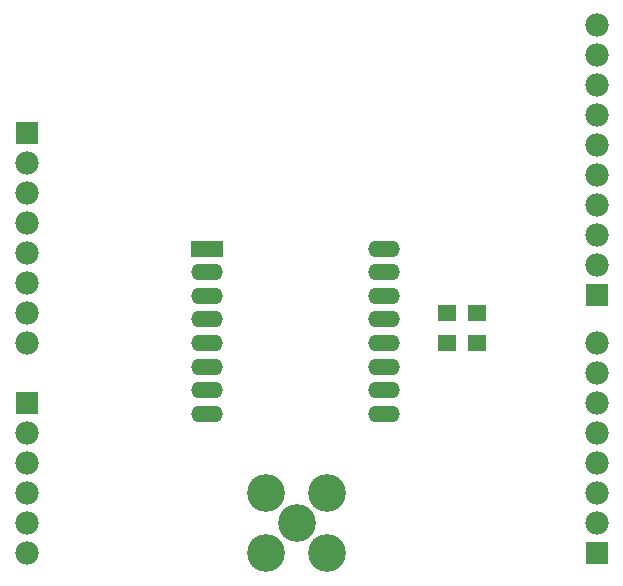
<source format=gts>
G04*
G04 #@! TF.GenerationSoftware,Altium Limited,Altium Designer,18.1.9 (240)*
G04*
G04 Layer_Color=8388736*
%FSLAX25Y25*%
%MOIN*%
G70*
G01*
G75*
%ADD16O,0.10642X0.05524*%
%ADD17R,0.06312X0.05524*%
%ADD18R,0.10642X0.05524*%
%ADD19C,0.07800*%
%ADD20R,0.07800X0.07800*%
%ADD21C,0.12611*%
D16*
X60000Y85748D02*
D03*
Y62126D02*
D03*
Y70000D02*
D03*
Y77874D02*
D03*
Y93622D02*
D03*
X119055Y46378D02*
D03*
Y54252D02*
D03*
Y62126D02*
D03*
Y70000D02*
D03*
Y77874D02*
D03*
Y85748D02*
D03*
Y93622D02*
D03*
Y101496D02*
D03*
X60000Y46378D02*
D03*
Y54252D02*
D03*
D17*
X150000Y70157D02*
D03*
Y80000D02*
D03*
X140000Y70157D02*
D03*
Y80000D02*
D03*
D18*
X60000Y101496D02*
D03*
D19*
X0Y10000D02*
D03*
Y30000D02*
D03*
Y0D02*
D03*
Y20000D02*
D03*
Y40000D02*
D03*
Y80000D02*
D03*
Y100000D02*
D03*
Y120000D02*
D03*
Y70000D02*
D03*
Y90000D02*
D03*
Y110000D02*
D03*
Y130000D02*
D03*
X190000Y95984D02*
D03*
Y115984D02*
D03*
Y135984D02*
D03*
Y155984D02*
D03*
Y175984D02*
D03*
Y105984D02*
D03*
Y125984D02*
D03*
Y145984D02*
D03*
Y165984D02*
D03*
Y60000D02*
D03*
Y40000D02*
D03*
Y20000D02*
D03*
Y70000D02*
D03*
Y50000D02*
D03*
Y30000D02*
D03*
Y10000D02*
D03*
D20*
X0Y50000D02*
D03*
Y140000D02*
D03*
X190000Y85984D02*
D03*
Y0D02*
D03*
D21*
X100039Y20039D02*
D03*
X90000Y10000D02*
D03*
X79961Y20039D02*
D03*
Y-39D02*
D03*
X100039D02*
D03*
M02*

</source>
